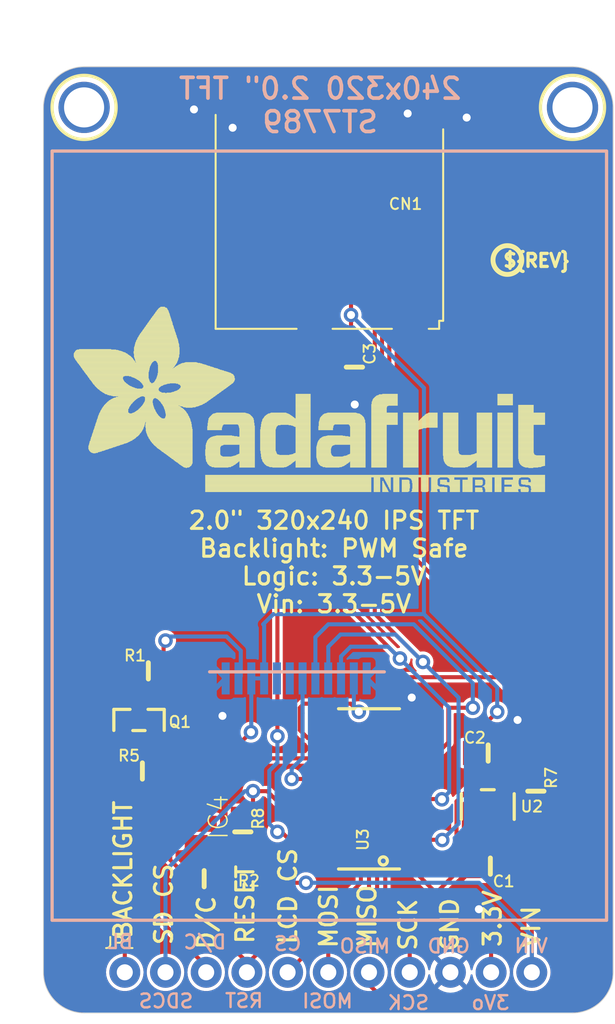
<source format=kicad_pcb>
(kicad_pcb (version 20221018) (generator pcbnew)
  (layers (0 "F.Cu" signal) (31 "B.Cu" signal) (34 "B.Paste" user) (35 "F.Paste" user) (36 "B.SilkS" user "B.Silkscreen") (37 "F.SilkS" user "F.Silkscreen") (38 "B.Mask" user) (39 "F.Mask" user) (44 "Edge.Cuts" user))
  (net 0 "")
  (net 1 "N$1")
  (net 2 "GND")
  (net 3 "3.3V")
  (net 4 "VIN")
  (net 5 "RESET_3V")
  (net 6 "SCLK_3V")
  (net 7 "MOSI_3V")
  (net 8 "LCDCS_3V")
  (net 9 "MISO")
  (net 10 "SDCS_3V")
  (net 11 "SCLK_5V")
  (net 12 "MOSI_5V")
  (net 13 "LCDCS_5V")
  (net 14 "SDCS_5V")
  (net 15 "RESET_5V")
  (net 16 "LEDK")
  (net 17 "BACKLIGHT")
  (net 18 "DC_3V")
  (net 19 "DC_5V")
  (footprint "working:SOT23-5" (layer "F.Cu") (at 158.4531 121.6471)
    (fp_text reference "U2" (at 1.978 0) (layer "F.SilkS") (effects (font (size 0.692831 0.692831) (thickness 0.119969)) (justify left)))
    (fp_text value "AP2112K-3.3")
    (pad "1" smd rect (at -0.95 1.3001) (size 0.55 1.2) (layers "F.Cu" "F.Paste" "F.Mask") (net 4 "VIN"))
    (pad "2" smd rect (at 0 1.3001) (size 0.55 1.2) (layers "F.Cu" "F.Paste" "F.Mask") (net 2 "GND"))
    (pad "3" smd rect (at 0.95 1.3001) (size 0.55 1.2) (layers "F.Cu" "F.Paste" "F.Mask") (net 4 "VIN"))
    (pad "4" smd rect (at 0.95 -1.3001) (size 0.55 1.2) (layers "F.Cu" "F.Paste" "F.Mask"))
    (pad "5" smd rect (at -0.95 -1.3001) (size 0.55 1.2) (layers "F.Cu" "F.Paste" "F.Mask") (net 3 "3.3V"))
  )
  (footprint "working:0805-NO" (layer "F.Cu") (at 137.2711 113.1791)
    (fp_text reference "R1" (at -1.5875 -0.9525) (layer "F.SilkS") (effects (font (size 0.692831 0.692831) (thickness 0.119969)) (justify left)))
    (fp_text value "10")
    (pad "1" smd rect (at -0.95 0) (size 1.24 1.5) (layers "F.Cu" "F.Paste" "F.Mask") (net 16 "LEDK"))
    (pad "2" smd rect (at 0.95 0) (size 1.24 1.5) (layers "F.Cu" "F.Paste" "F.Mask") (net 1 "N$1"))
  )
  (footprint "working:SOT23-R" (layer "F.Cu") (at 136.6901 116.2431)
    (fp_text reference "Q1" (at 1.778 0.127) (layer "F.SilkS") (effects (font (size 0.692831 0.692831) (thickness 0.119969)) (justify left)))
    (fp_text value "BSS138")
    (pad "1" smd rect (at -0.95 1) (size 0.635 1.016) (layers "F.Cu" "F.Paste" "F.Mask") (net 17 "BACKLIGHT"))
    (pad "2" smd rect (at 0.95 1) (size 0.635 1.016) (layers "F.Cu" "F.Paste" "F.Mask") (net 2 "GND"))
    (pad "3" smd rect (at 0 -1) (size 0.635 1.016) (layers "F.Cu" "F.Paste" "F.Mask") (net 16 "LEDK"))
  )
  (footprint "working:PCBFEAT-REV-040" (layer "F.Cu") (at 159.6771 87.5411)
    (fp_text reference "U$24" hide)
    (fp_text value "" hide)
    (fp_text user "${REV}" (at -0.3556 0.508) (layer "F.SilkS") (effects (font (size 0.8128 0.8128) (thickness 0.2032)) (justify left bottom)))
  )
  (footprint "working:SOIC16" (layer "F.Cu") (at 151.0421 120.5451 90)
    (fp_text reference "U3" (at -3.937 -0.381 90) (layer "F.SilkS") (effects (font (size 0.692831 0.692831) (thickness 0.119969)) (justify left)))
    (fp_text value "74HC4050D")
    (pad "1" smd rect (at -4.445 2.6 90) (size 0.6 2.2) (layers "F.Cu" "F.Paste" "F.Mask") (net 3 "3.3V"))
    (pad "2" smd rect (at -3.175 2.6 90) (size 0.6 2.2) (layers "F.Cu" "F.Paste" "F.Mask") (net 6 "SCLK_3V"))
    (pad "3" smd rect (at -1.905 2.6 90) (size 0.6 2.2) (layers "F.Cu" "F.Paste" "F.Mask") (net 11 "SCLK_5V"))
    (pad "4" smd rect (at -0.635 2.6 90) (size 0.6 2.2) (layers "F.Cu" "F.Paste" "F.Mask") (net 7 "MOSI_3V"))
    (pad "5" smd rect (at 0.635 2.6 90) (size 0.6 2.2) (layers "F.Cu" "F.Paste" "F.Mask") (net 12 "MOSI_5V"))
    (pad "6" smd rect (at 1.905 2.6 90) (size 0.6 2.2) (layers "F.Cu" "F.Paste" "F.Mask") (net 8 "LCDCS_3V"))
    (pad "7" smd rect (at 3.175 2.6 90) (size 0.6 2.2) (layers "F.Cu" "F.Paste" "F.Mask") (net 13 "LCDCS_5V"))
    (pad "8" smd rect (at 4.445 2.6 90) (size 0.6 2.2) (layers "F.Cu" "F.Paste" "F.Mask") (net 2 "GND"))
    (pad "9" smd rect (at 4.445 -2.6 90) (size 0.6 2.2) (layers "F.Cu" "F.Paste" "F.Mask") (net 15 "RESET_5V"))
    (pad "10" smd rect (at 3.175 -2.6 90) (size 0.6 2.2) (layers "F.Cu" "F.Paste" "F.Mask") (net 5 "RESET_3V"))
    (pad "11" smd rect (at 1.905 -2.6 90) (size 0.6 2.2) (layers "F.Cu" "F.Paste" "F.Mask") (net 19 "DC_5V"))
    (pad "12" smd rect (at 0.635 -2.6 90) (size 0.6 2.2) (layers "F.Cu" "F.Paste" "F.Mask") (net 18 "DC_3V"))
    (pad "13" smd rect (at -0.635 -2.6 90) (size 0.6 2.2) (layers "F.Cu" "F.Paste" "F.Mask"))
    (pad "14" smd rect (at -1.905 -2.6 90) (size 0.6 2.2) (layers "F.Cu" "F.Paste" "F.Mask") (net 14 "SDCS_5V"))
    (pad "15" smd rect (at -3.175 -2.6 90) (size 0.6 2.2) (layers "F.Cu" "F.Paste" "F.Mask") (net 10 "SDCS_3V"))
    (pad "16" smd rect (at -4.445 -2.6 90) (size 0.6 2.2) (layers "F.Cu" "F.Paste" "F.Mask"))
  )
  (footprint "working:FIDUCIAL_1MM" (layer "F.Cu") (at 161.7231 124.2241)
    (fp_text reference "FID1" hide)
    (fp_text value "FIDUCIAL_1MM" hide)
    (pad "1" smd roundrect (at 0 0) (size 1 1) (layers "F.Cu" "F.Mask") (roundrect_rratio 0.5))
  )
  (footprint "working:0805-NO" (layer "F.Cu") (at 143.1671 123.2281 -90)
    (fp_text reference "R8" (at -1.5875 -0.9525 90) (layer "F.SilkS") (effects (font (size 0.692831 0.692831) (thickness 0.119969)) (justify right)))
    (fp_text value "10K")
    (pad "1" smd rect (at -0.95 0 270) (size 1.24 1.5) (layers "F.Cu" "F.Paste" "F.Mask") (net 14 "SDCS_5V"))
    (pad "2" smd rect (at 0.95 0 270) (size 1.24 1.5) (layers "F.Cu" "F.Paste" "F.Mask") (net 4 "VIN"))
  )
  (footprint "working:MOUNTINGHOLE_2.5_PLATED" (layer "F.Cu") (at 133.2611 78.0161)
    (fp_text reference "U$4" hide)
    (fp_text value "MOUNTINGHOLE2.5" hide)
    (pad "P$1" thru_hole circle (at 0 0) (size 3.2 3.2) (drill 2.5) (layers "*.Cu" "*.Mask"))
    (zone (net 0) (net_name "") (layer "F.Cu") (connect_pads (clearance 0)) (min_thickness 0.25)
      (keepout (tracks not_allowed) (vias not_allowed) (pads not_allowed) (copperpour not_allowed) (footprints allowed))
      (fill (thermal_gap 0.5) (thermal_bridge_width 0.5))
      (polygon (pts (xy 135.2771 78.0161) (xy 135.25748 77.735527) (xy 135.199004 77.460415) (xy 135.102808 77.196119) (xy 134.970765 76.947783) (xy 134.805446 76.72024) (xy 134.610067 76.51792) (xy 134.388433 76.34476) (xy 134.144856 76.204131) (xy 133.884078 76.09877) (xy 133.611175 76.030728) (xy 133.331457 76.001328) (xy 133.050371 76.011144) (xy 132.773385 76.059984) (xy 132.505893 76.146897) (xy 132.2531 76.270193) (xy 132.019926 76.42747) (xy 131.810911 76.615669) (xy 131.630122 76.831125) (xy 131.481078 77.069645) (xy 131.36668 77.326587) (xy 131.289154 77.59695) (xy 131.250011 77.875471) (xy 131.250011 78.156729) (xy 131.289154 78.43525) (xy 131.36668 78.705613) (xy 131.481078 78.962555) (xy 131.630122 79.201075) (xy 131.810911 79.416531) (xy 132.019926 79.60473) (xy 132.2531 79.762007) (xy 132.505893 79.885303) (xy 132.773385 79.972216) (xy 133.050371 80.021056) (xy 133.331457 80.030872) (xy 133.611175 80.001472) (xy 133.884078 79.93343) (xy 134.144856 79.828069) (xy 134.388433 79.68744) (xy 134.610067 79.51428) (xy 134.805446 79.31196) (xy 134.970765 79.084417) (xy 135.102808 78.836081) (xy 135.199004 78.571785) (xy 135.25748 78.296673)))
      (polygon (pts (xy 133.2451 78.0161) (xy 133.249786 78.027414) (xy 133.2611 78.0321) (xy 133.272414 78.027414) (xy 133.2771 78.0161) (xy 133.272414 78.004786) (xy 133.2611 78.0001) (xy 133.249786 78.004786)))
    )
    (zone (net 0) (net_name "") (layer "B.Cu") (connect_pads (clearance 0)) (min_thickness 0.25)
      (keepout (tracks not_allowed) (vias not_allowed) (pads not_allowed) (copperpour not_allowed) (footprints allowed))
      (fill (thermal_gap 0.5) (thermal_bridge_width 0.5))
      (polygon (pts (xy 135.2771 78.0161) (xy 135.25748 77.735527) (xy 135.199004 77.460415) (xy 135.102808 77.196119) (xy 134.970765 76.947783) (xy 134.805446 76.72024) (xy 134.610067 76.51792) (xy 134.388433 76.34476) (xy 134.144856 76.204131) (xy 133.884078 76.09877) (xy 133.611175 76.030728) (xy 133.331457 76.001328) (xy 133.050371 76.011144) (xy 132.773385 76.059984) (xy 132.505893 76.146897) (xy 132.2531 76.270193) (xy 132.019926 76.42747) (xy 131.810911 76.615669) (xy 131.630122 76.831125) (xy 131.481078 77.069645) (xy 131.36668 77.326587) (xy 131.289154 77.59695) (xy 131.250011 77.875471) (xy 131.250011 78.156729) (xy 131.289154 78.43525) (xy 131.36668 78.705613) (xy 131.481078 78.962555) (xy 131.630122 79.201075) (xy 131.810911 79.416531) (xy 132.019926 79.60473) (xy 132.2531 79.762007) (xy 132.505893 79.885303) (xy 132.773385 79.972216) (xy 133.050371 80.021056) (xy 133.331457 80.030872) (xy 133.611175 80.001472) (xy 133.884078 79.93343) (xy 134.144856 79.828069) (xy 134.388433 79.68744) (xy 134.610067 79.51428) (xy 134.805446 79.31196) (xy 134.970765 79.084417) (xy 135.102808 78.836081) (xy 135.199004 78.571785) (xy 135.25748 78.296673)))
      (polygon (pts (xy 133.2451 78.0161) (xy 133.249786 78.027414) (xy 133.2611 78.0321) (xy 133.272414 78.027414) (xy 133.2771 78.0161) (xy 133.272414 78.004786) (xy 133.2611 78.0001) (xy 133.249786 78.004786)))
    )
  )
  (footprint "working:MOUNTINGHOLE_2.5_PLATED" (layer "F.Cu") (at 163.7411 78.0161)
    (fp_text reference "U$3" hide)
    (fp_text value "MOUNTINGHOLE2.5" hide)
    (pad "P$1" thru_hole circle (at 0 0) (size 3.2 3.2) (drill 2.5) (layers "*.Cu" "*.Mask"))
    (zone (net 0) (net_name "") (layer "F.Cu") (connect_pads (clearance 0)) (min_thickness 0.25)
      (keepout (tracks not_allowed) (vias not_allowed) (pads not_allowed) (copperpour not_allowed) (footprints allowed))
      (fill (thermal_gap 0.5) (thermal_bridge_width 0.5))
      (polygon (pts (xy 165.7571 78.0161) (xy 165.73748 77.735527) (xy 165.679004 77.460415) (xy 165.582808 77.196119) (xy 165.450765 76.947783) (xy 165.285446 76.72024) (xy 165.090067 76.51792) (xy 164.868433 76.34476) (xy 164.624856 76.204131) (xy 164.364078 76.09877) (xy 164.091175 76.030728) (xy 163.811457 76.001328) (xy 163.530371 76.011144) (xy 163.253385 76.059984) (xy 162.985893 76.146897) (xy 162.7331 76.270193) (xy 162.499926 76.42747) (xy 162.290911 76.615669) (xy 162.110122 76.831125) (xy 161.961078 77.069645) (xy 161.84668 77.326587) (xy 161.769154 77.59695) (xy 161.730011 77.875471) (xy 161.730011 78.156729) (xy 161.769154 78.43525) (xy 161.84668 78.705613) (xy 161.961078 78.962555) (xy 162.110122 79.201075) (xy 162.290911 79.416531) (xy 162.499926 79.60473) (xy 162.7331 79.762007) (xy 162.985893 79.885303) (xy 163.253385 79.972216) (xy 163.530371 80.021056) (xy 163.811457 80.030872) (xy 164.091175 80.001472) (xy 164.364078 79.93343) (xy 164.624856 79.828069) (xy 164.868433 79.68744) (xy 165.090067 79.51428) (xy 165.285446 79.31196) (xy 165.450765 79.084417) (xy 165.582808 78.836081) (xy 165.679004 78.571785) (xy 165.73748 78.296673)))
      (polygon (pts (xy 163.7251 78.0161) (xy 163.729786 78.027414) (xy 163.7411 78.0321) (xy 163.752414 78.027414) (xy 163.7571 78.0161) (xy 163.752414 78.004786) (xy 163.7411 78.0001) (xy 163.729786 78.004786)))
    )
    (zone (net 0) (net_name "") (layer "B.Cu") (connect_pads (clearance 0)) (min_thickness 0.25)
      (keepout (tracks not_allowed) (vias not_allowed) (pads not_allowed) (copperpour not_allowed) (footprints allowed))
      (fill (thermal_gap 0.5) (thermal_bridge_width 0.5))
      (polygon (pts (xy 165.7571 78.0161) (xy 165.73748 77.735527) (xy 165.679004 77.460415) (xy 165.582808 77.196119) (xy 165.450765 76.947783) (xy 165.285446 76.72024) (xy 165.090067 76.51792) (xy 164.868433 76.34476) (xy 164.624856 76.204131) (xy 164.364078 76.09877) (xy 164.091175 76.030728) (xy 163.811457 76.001328) (xy 163.530371 76.011144) (xy 163.253385 76.059984) (xy 162.985893 76.146897) (xy 162.7331 76.270193) (xy 162.499926 76.42747) (xy 162.290911 76.615669) (xy 162.110122 76.831125) (xy 161.961078 77.069645) (xy 161.84668 77.326587) (xy 161.769154 77.59695) (xy 161.730011 77.875471) (xy 161.730011 78.156729) (xy 161.769154 78.43525) (xy 161.84668 78.705613) (xy 161.961078 78.962555) (xy 162.110122 79.201075) (xy 162.290911 79.416531) (xy 162.499926 79.60473) (xy 162.7331 79.762007) (xy 162.985893 79.885303) (xy 163.253385 79.972216) (xy 163.530371 80.021056) (xy 163.811457 80.030872) (xy 164.091175 80.001472) (xy 164.364078 79.93343) (xy 164.624856 79.828069) (xy 164.868433 79.68744) (xy 165.090067 79.51428) (xy 165.285446 79.31196) (xy 165.450765 79.084417) (xy 165.582808 78.836081) (xy 165.679004 78.571785) (xy 165.73748 78.296673)))
      (polygon (pts (xy 163.7251 78.0161) (xy 163.729786 78.027414) (xy 163.7411 78.0321) (xy 163.752414 78.027414) (xy 163.7571 78.0161) (xy 163.752414 78.004786) (xy 163.7411 78.0001) (xy 163.729786 78.004786)))
    )
  )
  (footprint "working:SOT23" (layer "F.Cu") (at 139.7381 122.7201 -90)
    (fp_text reference "IC4" (at -1.905 -1.905 90) (layer "F.SilkS") (effects (font (size 1.176528 1.176528) (thickness 0.093472)) (justify right)))
    (fp_text value "APX803-SAG")
    (pad "1" smd rect (at -0.95 1.1 270) (size 1 1.4) (layers "F.Cu" "F.Paste" "F.Mask") (net 2 "GND"))
    (pad "2" smd rect (at 0.95 1.1 270) (size 1 1.4) (layers "F.Cu" "F.Paste" "F.Mask") (net 15 "RESET_5V"))
    (pad "3" smd rect (at 0 -1.1 270) (size 1 1.4) (layers "F.Cu" "F.Paste" "F.Mask") (net 4 "VIN"))
  )
  (footprint "working:0805-NO" (layer "F.Cu") (at 136.8991 119.4281)
    (fp_text reference "R5" (at -1.5875 -0.9525) (layer "F.SilkS") (effects (font (size 0.692831 0.692831) (thickness 0.119969)) (justify left)))
    (fp_text value "10K")
    (pad "1" smd rect (at -0.95 0) (size 1.24 1.5) (layers "F.Cu" "F.Paste" "F.Mask") (net 17 "BACKLIGHT"))
    (pad "2" smd rect (at 0.95 0) (size 1.24 1.5) (layers "F.Cu" "F.Paste" "F.Mask") (net 3 "3.3V"))
  )
  (footprint "working:1X11_ROUND_76" (layer "F.Cu") (at 148.5011 131.9911)
    (fp_text reference "JP1" (at -14.0462 -1.8288) (layer "F.SilkS") (effects (font (size 0.692831 0.692831) (thickness 0.119969)) (justify left)))
    (fp_text value "")
    (pad "1" thru_hole circle (at -12.7 0 90) (size 1.9304 1.9304) (drill 1) (layers "*.Cu" "*.Mask") (net 17 "BACKLIGHT"))
    (pad "2" thru_hole circle (at -10.16 0 90) (size 1.9304 1.9304) (drill 1) (layers "*.Cu" "*.Mask") (net 14 "SDCS_5V"))
    (pad "3" thru_hole circle (at -7.62 0 90) (size 1.9304 1.9304) (drill 1) (layers "*.Cu" "*.Mask") (net 19 "DC_5V"))
    (pad "4" thru_hole circle (at -5.08 0 90) (size 1.9304 1.9304) (drill 1) (layers "*.Cu" "*.Mask") (net 15 "RESET_5V"))
    (pad "5" thru_hole circle (at -2.54 0 90) (size 1.9304 1.9304) (drill 1) (layers "*.Cu" "*.Mask") (net 13 "LCDCS_5V"))
    (pad "6" thru_hole circle (at 0 0 90) (size 1.9304 1.9304) (drill 1) (layers "*.Cu" "*.Mask") (net 12 "MOSI_5V"))
    (pad "7" thru_hole circle (at 2.54 0 90) (size 1.9304 1.9304) (drill 1) (layers "*.Cu" "*.Mask") (net 9 "MISO"))
    (pad "8" thru_hole circle (at 5.08 0 90) (size 1.9304 1.9304) (drill 1) (layers "*.Cu" "*.Mask") (net 11 "SCLK_5V"))
    (pad "9" thru_hole circle (at 7.62 0 90) (size 1.9304 1.9304) (drill 1) (layers "*.Cu" "*.Mask") (net 2 "GND"))
    (pad "10" thru_hole circle (at 10.16 0 90) (size 1.9304 1.9304) (drill 1) (layers "*.Cu" "*.Mask") (net 3 "3.3V"))
    (pad "11" thru_hole circle (at 12.7 0 90) (size 1.9304 1.9304) (drill 1) (layers "*.Cu" "*.Mask") (net 4 "VIN"))
  )
  (footprint "working:0805-NO" (layer "F.Cu") (at 158.6151 125.3651 180)
    (fp_text reference "C1" (at -1.5875 -0.9525) (layer "F.SilkS") (effects (font (size 0.692831 0.692831) (thickness 0.119969)) (justify right)))
    (fp_text value "10uF")
    (pad "1" smd rect (at -0.95 0 180) (size 1.24 1.5) (layers "F.Cu" "F.Paste" "F.Mask") (net 4 "VIN"))
    (pad "2" smd rect (at 0.95 0 180) (size 1.24 1.5) (layers "F.Cu" "F.Paste" "F.Mask") (net 2 "GND"))
  )
  (footprint "working:0805-NO" (layer "F.Cu") (at 150.1301 94.2241 -90)
    (fp_text reference "C3" (at -1.5875 -0.9525 90) (layer "F.SilkS") (effects (font (size 0.692831 0.692831) (thickness 0.119969)) (justify right)))
    (fp_text value "10uF")
    (pad "1" smd rect (at -0.95 0 270) (size 1.24 1.5) (layers "F.Cu" "F.Paste" "F.Mask") (net 3 "3.3V"))
    (pad "2" smd rect (at 0.95 0 270) (size 1.24 1.5) (layers "F.Cu" "F.Paste" "F.Mask") (net 2 "GND"))
  )
  (footprint "working:0805-NO" (layer "F.Cu") (at 158.4771 118.3081)
    (fp_text reference "C2" (at -1.5875 -0.9525) (layer "F.SilkS") (effects (font (size 0.692831 0.692831) (thickness 0.119969)) (justify left)))
    (fp_text value "10uF")
    (pad "1" smd rect (at -0.95 0) (size 1.24 1.5) (layers "F.Cu" "F.Paste" "F.Mask") (net 3 "3.3V"))
    (pad "2" smd rect (at 0.95 0) (size 1.24 1.5) (layers "F.Cu" "F.Paste" "F.Mask") (net 2 "GND"))
  )
  (footprint "working:MICROSD" (layer "F.Cu") (at 155.6201 91.7341 180)
    (fp_text reference "CN1" (at 1.18 7.69) (layer "F.SilkS") (effects (font (size 0.692831 0.692831) (thickness 0.119969)) (justify right)))
    (fp_text value "")
    (pad "1" smd rect (at 9 10.64 180) (size 0.7 1.5) (layers "F.Cu" "F.Paste" "F.Mask"))
    (pad "2" smd rect (at 7.9 10.24 180) (size 0.7 1.5) (layers "F.Cu" "F.Paste" "F.Mask") (net 10 "SDCS_3V"))
    (pad "3" smd rect (at 6.8 10.64 180) (size 0.7 1.5) (layers "F.Cu" "F.Paste" "F.Mask") (net 7 "MOSI_3V"))
    (pad "4" smd rect (at 5.7 11.04 180) (size 0.7 1.5) (layers "F.Cu" "F.Paste" "F.Mask") (net 3 "3.3V"))
    (pad "5" smd rect (at 4.6 10.64 180) (size 0.7 1.5) (layers "F.Cu" "F.Paste" "F.Mask") (net 6 "SCLK_3V"))
    (pad "6" smd rect (at 3.5 11.04 180) (size 0.7 1.5) (layers "F.Cu" "F.Paste" "F.Mask") (net 2 "GND"))
    (pad "7" smd rect (at 2.4 10.64 180) (size 0.7 1.5) (layers "F.Cu" "F.Paste" "F.Mask") (net 9 "MISO"))
    (pad "8" smd rect (at 1.3 10.64 180) (size 0.7 1.5) (layers "F.Cu" "F.Paste" "F.Mask"))
    (pad "CD1" smd rect (at 2 0.44 270) (size 1.4 1.8) (layers "F.Cu" "F.Paste" "F.Mask"))
    (pad "CD2" smd rect (at 8 0.44 270) (size 1.4 1.8) (layers "F.Cu" "F.Paste" "F.Mask"))
    (pad "MT1" smd rect (at 0.4 13.54 180) (size 1.4 1.9) (layers "F.Cu" "F.Paste" "F.Mask") (net 2 "GND"))
    (pad "MT2" smd rect (at 13.6 14.44 180) (size 1.4 1.9) (layers "F.Cu" "F.Paste" "F.Mask") (net 2 "GND"))
  )
  (footprint "working:0805-NO" (layer "F.Cu") (at 140.7541 126.1491)
    (fp_text reference "R2" (at 2.032 0.127) (layer "F.SilkS") (effects (font (size 0.692831 0.692831) (thickness 0.119969)) (justify left)))
    (fp_text value "10K")
    (pad "1" smd rect (at -0.95 0) (size 1.24 1.5) (layers "F.Cu" "F.Paste" "F.Mask") (net 15 "RESET_5V"))
    (pad "2" smd rect (at 0.95 0) (size 1.24 1.5) (layers "F.Cu" "F.Paste" "F.Mask") (net 4 "VIN"))
  )
  (footprint "working:0805-NO" (layer "F.Cu") (at 161.4551 120.6881 -90)
    (fp_text reference "R7" (at -1.5875 -0.9525 90) (layer "F.SilkS") (effects (font (size 0.692831 0.692831) (thickness 0.119969)) (justify right)))
    (fp_text value "10K")
    (pad "1" smd rect (at -0.95 0 270) (size 1.24 1.5) (layers "F.Cu" "F.Paste" "F.Mask") (net 13 "LCDCS_5V"))
    (pad "2" smd rect (at 0.95 0 270) (size 1.24 1.5) (layers "F.Cu" "F.Paste" "F.Mask") (net 4 "VIN"))
  )
  (footprint "working:FIDUCIAL_1MM" (layer "F.Cu") (at 159.6771 77.0001)
    (fp_text reference "FID3" hide)
    (fp_text value "FIDUCIAL_1MM" hide)
    (pad "1" smd roundrect (at 0 0) (size 1 1) (layers "F.Cu" "F.Mask") (roundrect_rratio 0.5))
  )
  (footprint "working:ADAFRUIT_TEXT_30MM" (layer "F.Cu") (at 132.3741 102.0041)
    (fp_text reference "U$20" hide)
    (fp_text value "" hide)
  )
  (footprint "working:FIDUCIAL_1MM" (layer "F.Cu") (at 137.1921 76.9641)
    (fp_text reference "FID2" hide)
    (fp_text value "FIDUCIAL_1MM" hide)
    (pad "1" smd roundrect (at 0 0) (size 1 1) (layers "F.Cu" "F.Mask") (roundrect_rratio 0.5))
  )
  (footprint "working:TFT_2.0IN_240X320_12P" (layer "B.Cu") (at 147.8661 100.2411 180)
    (fp_text reference "DISP1" hide)
    (fp_text value "DISP_LCD_GENERIC_SPI_2.0IN_240X320" hide)
    (pad "1" smd rect (at 5.77 -13.41 90) (size 2 0.5) (layers "B.Cu" "B.Mask") (net 2 "GND"))
    (pad "2" smd rect (at 4.97 -13.41 90) (size 2 0.5) (layers "B.Cu" "B.Mask") (net 1 "N$1"))
    (pad "3" smd rect (at 4.17 -13.41 90) (size 2 0.5) (layers "B.Cu" "B.Mask") (net 3 "3.3V"))
    (pad "4" smd rect (at 3.37 -13.41 90) (size 2 0.5) (layers "B.Cu" "B.Mask") (net 3 "3.3V"))
    (pad "5" smd rect (at 2.57 -13.41 90) (size 2 0.5) (layers "B.Cu" "B.Mask") (net 2 "GND"))
    (pad "6" smd rect (at 1.77 -13.41 90) (size 2 0.5) (layers "B.Cu" "B.Mask") (net 2 "GND"))
    (pad "7" smd rect (at 0.97 -13.41 90) (size 2 0.5) (layers "B.Cu" "B.Mask") (net 18 "DC_3V"))
    (pad "8" smd rect (at 0.17 -13.41 90) (size 2 0.5) (layers "B.Cu" "B.Mask") (net 8 "LCDCS_3V"))
    (pad "9" smd rect (at -0.63 -13.41 90) (size 2 0.5) (layers "B.Cu" "B.Mask") (net 6 "SCLK_3V"))
    (pad "10" smd rect (at -1.43 -13.41 90) (size 2 0.5) (layers "B.Cu" "B.Mask") (net 7 "MOSI_3V"))
    (pad "11" smd rect (at -2.23 -13.41 90) (size 2 0.5) (layers "B.Cu" "B.Mask") (net 5 "RESET_3V"))
    (pad "12" smd rect (at -3.03 -13.41 90) (size 2 0.5) (layers "B.Cu" "B.Mask") (net 2 "GND"))
  )
  (gr_line (start 166.2811 131.9911) (end 166.2811 78.0161) (stroke (width 0.05)) (layer "Edge.Cuts"))
  (gr_line (start 130.7211 78.0161) (end 130.7211 131.9911) (stroke (width 0.05)) (layer "Edge.Cuts"))
  (gr_arc (start 163.7411 75.4761) (mid 165.537151 76.220049) (end 166.2811 78.0161) (stroke (width 0.05)) (layer "Edge.Cuts"))
  (gr_arc (start 130.7211 78.0161) (mid 131.465049 76.220049) (end 133.2611 75.4761) (stroke (width 0.05)) (layer "Edge.Cuts"))
  (gr_line (start 163.7411 75.4761) (end 133.2611 75.4761) (stroke (width 0.05)) (layer "Edge.Cuts"))
  (gr_arc (start 133.2611 134.5311) (mid 131.465049 133.787151) (end 130.7211 131.9911) (stroke (width 0.05)) (layer "Edge.Cuts"))
  (gr_arc (start 166.2811 131.9911) (mid 165.537151 133.787151) (end 163.7411 134.5311) (stroke (width 0.05)) (layer "Edge.Cuts"))
  (gr_line (start 133.2611 134.5311) (end 163.7411 134.5311) (stroke (width 0.05)) (layer "Edge.Cuts"))
  (gr_text "240x320 2.0\" TFT\nST7789" (at 147.9931 77.8891) (layer "B.SilkS") (effects (font (size 1.2954 1.2954) (thickness 0.2286)) (justify mirror)))
  (gr_text "3Vo" (at 158.6201 133.8921) (layer "B.SilkS") (effects (font (size 0.8636 0.8636) (thickness 0.1524)) (justify mirror)))
  (gr_text "RST" (at 143.2461 133.7651) (layer "B.SilkS") (effects (font (size 0.8636 0.8636) (thickness 0.1524)) (justify mirror)))
  (gr_text "BL" (at 135.5211 130.0821) (layer "B.SilkS") (effects (font (size 0.8636 0.8636) (thickness 0.1524)) (justify mirror)))
  (gr_text "MOSI" (at 148.4521 133.7861) (layer "B.SilkS") (effects (font (size 0.8636 0.8636) (thickness 0.1524)) (justify mirror)))
  (gr_text "VIN" (at 161.1601 130.3361) (layer "B.SilkS") (effects (font (size 0.8636 0.8636) (thickness 0.1524)) (justify mirror)))
  (gr_text "MISO" (at 150.7851 130.3571) (layer "B.SilkS") (effects (font (size 0.8636 0.8636) (thickness 0.1524)) (justify mirror)))
  (gr_text "SCK" (at 153.5001 133.8921) (layer "B.SilkS") (effects (font (size 0.8636 0.8636) (thickness 0.1524)) (justify mirror)))
  (gr_text "CS" (at 145.9681 130.2091) (layer "B.SilkS") (effects (font (size 0.8636 0.8636) (thickness 0.1524)) (justify mirror)))
  (gr_text "D/C" (at 140.8001 130.1031) (layer "B.SilkS") (effects (font (size 0.8636 0.8636) (thickness 0.1524)) (justify mirror)))
  (gr_text "GND" (at 156.0201 130.3571) (layer "B.SilkS") (effects (font (size 0.8636 0.8636) (thickness 0.1524)) (justify mirror)))
  (gr_text "SDCS" (at 138.3721 133.7861) (layer "B.SilkS") (effects (font (size 0.8636 0.8636) (thickness 0.1524)) (justify mirror)))
  (gr_text "2.0\" 320x240 IPS TFT\nBacklight: PWM Safe\nLogic: 3.3-5V\nVin: 3.3-5V" (at 148.8531 106.4041) (layer "F.SilkS") (effects (font (size 1.0795 1.0795) (thickness 0.1905))))
  (gr_text "MISO" (at 150.9341 128.5101 90) (layer "F.SilkS") (effects (font (size 1.0795 1.0795) (thickness 0.1905))))
  (gr_text "LCD CS" (at 145.9811 127.2401 90) (layer "F.SilkS") (effects (font (size 1.0795 1.0795) (thickness 0.1905))))
  (gr_text "MOSI" (at 148.5211 128.5101 90) (layer "F.SilkS") (effects (font (size 1.0795 1.0795) (thickness 0.1905))))
  (gr_text "RESET" (at 143.3141 127.7481 90) (layer "F.SilkS") (effects (font (size 1.0795 1.0795) (thickness 0.1905))))
  (gr_text "D/C" (at 140.9011 128.8911 90) (layer "F.SilkS") (effects (font (size 1.0795 1.0795) (thickness 0.1905))))
  (gr_text "VIN" (at 161.1611 129.1451 90) (layer "F.SilkS") (effects (font (size 1.0795 1.0795) (thickness 0.1905))))
  (gr_text "SD CS" (at 138.2341 127.7481 90) (layer "F.SilkS") (effects (font (size 1.0795 1.0795) (thickness 0.1905))))
  (gr_text "SCK" (at 153.4741 129.0181 90) (layer "F.SilkS") (effects (font (size 1.0795 1.0795) (thickness 0.1905))))
  (gr_text "GND" (at 156.0811 129.0181 90) (layer "F.SilkS") (effects (font (size 1.0795 1.0795) (thickness 0.1905))))
  (gr_text "BACKLIGHT" (at 135.6941 125.5891 90) (layer "F.SilkS") (effects (font (size 1.0795 1.0795) (thickness 0.1905))))
  (gr_text "3.3V" (at 158.7481 128.6371 90) (layer "F.SilkS") (effects (font (size 1.0795 1.0795) (thickness 0.1905))))
  (segment (start 138.2211 113.1791) (end 138.2211 111.4101) (width 0.254) (layer "F.Cu") (net 1))
  (segment (start 138.2211 111.4101) (end 138.3411 111.2901) (width 0.254) (layer "F.Cu") (net 1))
  (via (at 138.3411 111.2901) (size 0.9064) (drill 0.5) (layers "F.Cu" "B.Cu") (net 1))
  (segment (start 143.0401 111.9251) (end 143.0401 113.5071) (width 0.254) (layer "B.Cu") (net 1))
  (segment (start 138.3411 111.2901) (end 138.5951 111.0361) (width 0.254) (layer "B.Cu") (net 1))
  (segment (start 143.0401 113.5071) (end 142.8961 113.6511) (width 0.254) (layer "B.Cu") (net 1))
  (segment (start 138.5951 111.0361) (end 142.1511 111.0361) (width 0.254) (layer "B.Cu") (net 1))
  (segment (start 142.1511 111.0361) (end 143.0401 111.9251) (width 0.254) (layer "B.Cu") (net 1))
  (via (at 153.4541 78.3971) (size 0.9064) (drill 0.5) (layers "F.Cu" "B.Cu") (net 2))
  (via (at 153.7081 114.8461) (size 0.9064) (drill 0.5) (layers "F.Cu" "B.Cu") (net 2))
  (via (at 157.8991 128.0541) (size 0.9064) (drill 0.5) (layers "F.Cu" "B.Cu") (net 2))
  (via (at 160.3121 116.2431) (size 0.9064) (drill 0.5) (layers "F.Cu" "B.Cu") (net 2))
  (via (at 150.1521 96.5581) (size 0.9064) (drill 0.5) (layers "F.Cu" "B.Cu") (net 2))
  (via (at 141.8971 115.9891) (size 0.9064) (drill 0.5) (layers "F.Cu" "B.Cu") (net 2))
  (via (at 157.1371 78.6511) (size 0.9064) (drill 0.5) (layers "F.Cu" "B.Cu") (net 2))
  (via (at 140.1191 78.1431) (size 0.9064) (drill 0.5) (layers "F.Cu" "B.Cu") (net 2))
  (via (at 142.5321 79.2861) (size 0.9064) (drill 0.5) (layers "F.Cu" "B.Cu") (net 2))
  (segment (start 153.6421 125.4481) (end 153.6421 124.9901) (width 0.254) (layer "F.Cu") (net 3))
  (segment (start 158.6611 131.9911) (end 158.6611 130.4671) (width 0.254) (layer "F.Cu") (net 3))
  (segment (start 157.5271 120.323) (end 157.5031 120.347) (width 0.254) (layer "F.Cu") (net 3))
  (segment (start 157.5271 117.2501) (end 159.0421 115.7351) (width 0.254) (layer "F.Cu") (net 3))
  (segment (start 137.8491 119.4281) (end 141.2521 119.4281) (width 0.254) (layer "F.Cu") (net 3))
  (segment (start 156.5021 125.7681) (end 155.2321 127.0381) (width 0.254) (layer "F.Cu") (net 3))
  (segment (start 157.4782 120.347) (end 156.5021 121.3231) (width 0.254) (layer "F.Cu") (net 3))
  (segment (start 157.5031 120.347) (end 157.4782 120.347) (width 0.254) (layer "F.Cu") (net 3))
  (segment (start 156.5021 121.3231) (end 156.5021 125.7681) (width 0.254) (layer "F.Cu") (net 3))
  (segment (start 157.5271 118.3081) (end 157.5271 117.2501) (width 0.254) (layer "F.Cu") (net 3))
  (segment (start 157.5271 118.3081) (end 157.5271 120.323) (width 0.254) (layer "F.Cu") (net 3))
  (segment (start 155.2321 127.0381) (end 153.6421 125.4481) (width 0.254) (layer "F.Cu") (net 3))
  (segment (start 149.9201 80.6941) (end 149.9201 90.9701) (width 0.254) (layer "F.Cu") (net 3))
  (segment (start 158.6611 130.4671) (end 155.2321 127.0381) (width 0.254) (layer "F.Cu") (net 3))
  (segment (start 141.2521 119.4281) (end 143.6751 117.0051) (width 0.254) (layer "F.Cu") (net 3))
  (segment (start 149.9201 90.9701) (end 149.9201 93.0641) (width 0.254) (layer "F.Cu") (net 3))
  (segment (start 149.9201 93.0641) (end 150.1301 93.2741) (width 0.254) (layer "F.Cu") (net 3))
  (via (at 159.0421 115.7351) (size 0.9064) (drill 0.5) (layers "F.Cu" "B.Cu") (net 3))
  (via (at 143.6751 117.0051) (size 0.9064) (drill 0.5) (layers "F.Cu" "B.Cu") (net 3))
  (via (at 149.9201 90.9701) (size 0.9064) (drill 0.5) (layers "F.Cu" "B.Cu") (net 3))
  (segment (start 144.4961 110.3331) (end 144.4961 113.6511) (width 0.254) (layer "B.Cu") (net 3))
  (segment (start 159.0421 114.2111) (end 154.4701 109.6391) (width 0.254) (layer "B.Cu") (net 3))
  (segment (start 154.4701 95.5201) (end 149.9201 90.9701) (width 0.254) (layer "B.Cu") (net 3))
  (segment (start 144.4371 110.2741) (end 144.4961 110.3331) (width 0.254) (layer "B.Cu") (net 3))
  (segment (start 154.4701 109.6391) (end 154.4701 95.5201) (width 0.254) (layer "B.Cu") (net 3))
  (segment (start 143.6751 117.0051) (end 143.6961 116.9841) (width 0.254) (layer "B.Cu") (net 3))
  (segment (start 145.0721 109.6391) (end 144.4371 110.2741) (width 0.254) (layer "B.Cu") (net 3))
  (segment (start 143.6961 116.9841) (end 143.6961 113.6511) (width 0.254) (layer "B.Cu") (net 3))
  (segment (start 154.4701 109.6391) (end 145.0721 109.6391) (width 0.254) (layer "B.Cu") (net 3))
  (segment (start 143.6961 113.6511) (end 144.4961 113.6511) (width 0.254) (layer "B.Cu") (net 3))
  (segment (start 159.0421 115.7351) (end 159.0421 114.2111) (width 0.254) (layer "B.Cu") (net 3))
  (segment (start 143.0401 124.1781) (end 143.1671 124.1781) (width 0.254) (layer "F.Cu") (net 4))
  (segment (start 159.4031 125.2031) (end 159.5651 125.3651) (width 0.254) (layer "F.Cu") (net 4))
  (segment (start 142.2961 124.1781) (end 143.0401 124.1781) (width 0.254) (layer "F.Cu") (net 4))
  (segment (start 143.1671 124.1781) (end 145.3921 126.4031) (width 0.254) (layer "F.Cu") (net 4))
  (segment (start 157.5031 122.9472) (end 157.5031 121.8461) (width 0.254) (layer "F.Cu") (net 4))
  (segment (start 141.7041 126.1491) (end 143.0401 124.8131) (width 0.254) (layer "F.Cu") (net 4))
  (segment (start 161.2011 127.0011) (end 159.5651 125.3651) (width 0.254) (layer "F.Cu") (net 4))
  (segment (start 161.2011 131.9911) (end 161.2011 127.0011) (width 0.254) (layer "F.Cu") (net 4))
  (segment (start 140.8381 122.7201) (end 142.2961 124.1781) (width 0.254) (layer "F.Cu") (net 4))
  (segment (start 159.4031 122.9472) (end 159.4031 125.2031) (width 0.254) (layer "F.Cu") (net 4))
  (segment (start 143.0401 124.8131) (end 143.0401 124.1781) (width 0.254) (layer "F.Cu") (net 4))
  (segment (start 159.2351 121.6381) (end 161.4551 121.6381) (width 0.254) (layer "F.Cu") (net 4))
  (segment (start 159.4031 121.9781) (end 159.4031 122.9472) (width 0.254) (layer "F.Cu") (net 4))
  (segment (start 157.6451 121.7041) (end 159.1691 121.7041) (width 0.254) (layer "F.Cu") (net 4))
  (segment (start 159.1691 121.7041) (end 159.4231 121.9581) (width 0.254) (layer "F.Cu") (net 4))
  (segment (start 145.3921 126.4031) (end 147.1041 126.4031) (width 0.254) (layer "F.Cu") (net 4))
  (segment (start 157.5031 121.8461) (end 157.6451 121.7041) (width 0.254) (layer "F.Cu") (net 4))
  (segment (start 159.4231 121.9581) (end 159.4031 121.9781) (width 0.254) (layer "F.Cu") (net 4))
  (segment (start 159.1691 121.7041) (end 159.2351 121.6381) (width 0.254) (layer "F.Cu") (net 4))
  (via (at 147.1041 126.4031) (size 0.9064) (drill 0.5) (layers "F.Cu" "B.Cu") (net 4))
  (segment (start 161.2011 129.7051) (end 161.2011 131.9911) (width 0.254) (layer "B.Cu") (net 4))
  (segment (start 157.8991 126.4031) (end 161.2011 129.7051) (width 0.254) (layer "B.Cu") (net 4))
  (segment (start 147.1041 126.4031) (end 157.8991 126.4031) (width 0.254) (layer "B.Cu") (net 4))
  (segment (start 147.2151 117.3701) (end 146.7231 116.8781) (width 0.254) (layer "F.Cu") (net 5))
  (segment (start 146.9771 115.2271) (end 149.8981 115.2271) (width 0.254) (layer "F.Cu") (net 5))
  (segment (start 148.4421 117.3701) (end 147.2151 117.3701) (width 0.254) (layer "F.Cu") (net 5))
  (segment (start 146.7231 116.8781) (end 146.7231 115.4811) (width 0.254) (layer "F.Cu") (net 5))
  (segment (start 149.8981 115.2271) (end 150.4061 115.7351) (width 0.254) (layer "F.Cu") (net 5))
  (segment (start 146.7231 115.4811) (end 146.9771 115.2271) (width 0.254) (layer "F.Cu") (net 5))
  (via (at 150.4061 115.7351) (size 0.9064) (drill 0.5) (layers "F.Cu" "B.Cu") (net 5))
  (segment (start 150.4061 115.7351) (end 150.0961 115.4251) (width 0.254) (layer "B.Cu") (net 5))
  (segment (start 150.0961 115.4251) (end 150.0961 113.6511) (width 0.254) (layer "B.Cu") (net 5))
  (segment (start 153.6421 123.7201) (end 155.5971 123.7201) (width 0.254) (layer "F.Cu") (net 6))
  (segment (start 155.5971 123.7201) (end 155.6131 123.7361) (width 0.254) (layer "F.Cu") (net 6))
  (segment (start 151.4011 82.4911) (end 151.0201 82.1101) (width 0.254) (layer "F.Cu") (net 6))
  (segment (start 151.4011 82.4911) (end 151.4011 109.6181) (width 0.254) (layer "F.Cu") (net 6))
  (segment (start 151.0201 81.0941) (end 151.0201 82.1101) (width 0.254) (layer "F.Cu") (net 6))
  (segment (start 151.4011 109.6181) (end 154.4066 112.6236) (width 0.254) (layer "F.Cu") (net 6))
  (via (at 154.4066 112.6236) (size 0.9064) (drill 0.5) (layers "F.Cu" "B.Cu") (net 6))
  (via (at 155.6131 123.7361) (size 0.9064) (drill 0.5) (layers "F.Cu" "B.Cu") (net 6))
  (segment (start 155.6131 123.7361) (end 156.6291 122.7201) (width 0.254) (layer "B.Cu") (net 6))
  (segment (start 156.6291 114.8461) (end 154.4066 112.6236) (width 0.254) (layer "B.Cu") (net 6))
  (segment (start 156.6291 114.8461) (end 156.6291 122.7201) (width 0.254) (layer "B.Cu") (net 6))
  (segment (start 148.5011 113.6461) (end 148.4961 113.6511) (width 0.254) (layer "B.Cu") (net 6))
  (segment (start 148.5011 111.6711) (end 148.5011 113.6461) (width 0.254) (layer "B.Cu") (net 6))
  (segment (start 152.6921 110.9091) (end 149.2631 110.9091) (width 0.254) (layer "B.Cu") (net 6))
  (segment (start 149.2631 110.9091) (end 148.5011 111.6711) (width 0.254) (layer "B.Cu") (net 6))
  (segment (start 154.4066 112.6236) (end 152.6921 110.9091) (width 0.254) (layer "B.Cu") (net 6))
  (segment (start 148.8201 81.0941) (end 148.8201 90.427125) (width 0.254) (layer "F.Cu") (net 7))
  (segment (start 148.8503 90.457325) (end 148.8503 92.130875) (width 0.254) (layer "F.Cu") (net 7))
  (segment (start 148.8201 108.2563) (end 152.9715 112.4077) (width 0.254) (layer "F.Cu") (net 7))
  (segment (start 148.8201 90.427125) (end 148.8503 90.457325) (width 0.254) (layer "F.Cu") (net 7))
  (segment (start 153.6421 121.1801) (end 155.5757 121.1801) (width 0.254) (layer "F.Cu") (net 7))
  (segment (start 155.5757 121.1801) (end 155.5917 121.1961) (width 0.254) (layer "F.Cu") (net 7))
  (segment (start 148.8503 92.130875) (end 148.8201 92.161075) (width 0.254) (layer "F.Cu") (net 7))
  (segment (start 148.8201 92.161075) (end 148.8201 108.2563) (width 0.254) (layer "F.Cu") (net 7))
  (via (at 155.5917 121.1961) (size 0.9064) (drill 0.5) (layers "F.Cu" "B.Cu") (net 7))
  (via (at 152.9715 112.4077) (size 0.9064) (drill 0.5) (layers "F.Cu" "B.Cu") (net 7))
  (segment (start 149.8981 111.6711) (end 149.2961 112.2731) (width 0.254) (layer "B.Cu") (net 7))
  (segment (start 156.0449 115.4811) (end 152.9715 112.4077) (width 0.254) (layer "B.Cu") (net 7))
  (segment (start 155.5917 121.1961) (end 156.0449 120.7429) (width 0.254) (layer "B.Cu") (net 7))
  (segment (start 152.9715 112.4077) (end 152.2349 111.6711) (width 0.254) (layer "B.Cu") (net 7))
  (segment (start 152.2349 111.6711) (end 149.8981 111.6711) (width 0.254) (layer "B.Cu") (net 7))
  (segment (start 149.2961 112.2731) (end 149.2961 113.6511) (width 0.254) (layer "B.Cu") (net 7))
  (segment (start 156.0449 115.4811) (end 156.0449 120.7429) (width 0.254) (layer "B.Cu") (net 7))
  (segment (start 155.9941 117.6401) (end 155.9941 115.4811) (width 0.254) (layer "F.Cu") (net 8))
  (segment (start 153.6421 118.6401) (end 154.9941 118.6401) (width 0.254) (layer "F.Cu") (net 8))
  (segment (start 155.9941 115.4811) (end 157.5181 115.4811) (width 0.254) (layer "F.Cu") (net 8))
  (segment (start 154.9941 118.6401) (end 155.9941 117.6401) (width 0.254) (layer "F.Cu") (net 8))
  (via (at 157.5181 115.4811) (size 0.9064) (drill 0.5) (layers "F.Cu" "B.Cu") (net 8))
  (segment (start 157.5181 113.9571) (end 153.8351 110.2741) (width 0.254) (layer "B.Cu") (net 8))
  (segment (start 147.6961 111.0791) (end 147.6961 113.6511) (width 0.254) (layer "B.Cu") (net 8))
  (segment (start 153.8351 110.2741) (end 148.5011 110.2741) (width 0.254) (layer "B.Cu") (net 8))
  (segment (start 157.5181 115.4811) (end 157.5181 113.9571) (width 0.254) (layer "B.Cu") (net 8))
  (segment (start 148.5011 110.2741) (end 147.6961 111.0791) (width 0.254) (layer "B.Cu") (net 8))
  (segment (start 164.1221 131.9911) (end 164.1221 116.358519) (width 0.254) (layer "F.Cu") (net 9))
  (segment (start 152.3111 104.547519) (end 152.3111 88.0491) (width 0.254) (layer "F.Cu") (net 9))
  (segment (start 162.4711 133.6421) (end 164.1221 131.9911) (width 0.254) (layer "F.Cu") (net 9))
  (segment (start 164.1221 116.358519) (end 152.3111 104.547519) (width 0.254) (layer "F.Cu") (net 9))
  (segment (start 153.2201 81.0941) (end 153.2201 87.1401) (width 0.254) (layer "F.Cu") (net 9))
  (segment (start 151.0411 131.9911) (end 151.0411 132.7531) (width 0.254) (layer "F.Cu") (net 9))
  (segment (start 153.2201 87.1401) (end 152.3111 88.0491) (width 0.254) (layer "F.Cu") (net 9))
  (segment (start 151.9301 133.6421) (end 162.4711 133.6421) (width 0.254) (layer "F.Cu") (net 9))
  (segment (start 151.0411 132.7531) (end 151.9301 133.6421) (width 0.254) (layer "F.Cu") (net 9))
  (segment (start 145.7071 123.3551) (end 145.3261 123.3551) (width 0.254) (layer "F.Cu") (net 10))
  (segment (start 145.3261 89.4461) (end 145.3261 117.2591) (width 0.254) (layer "F.Cu") (net 10))
  (segment (start 146.0721 123.7201) (end 145.7071 123.3551) (width 0.254) (layer "F.Cu") (net 10))
  (segment (start 145.3261 123.2281) (end 145.3261 123.3551) (width 0.254) (layer "F.Cu") (net 10))
  (segment (start 148.4421 123.7201) (end 146.0721 123.7201) (width 0.254) (layer "F.Cu") (net 10))
  (segment (start 147.7201 81.4941) (end 147.7201 87.0521) (width 0.254) (layer "F.Cu") (net 10))
  (segment (start 147.7201 87.0521) (end 145.3261 89.4461) (width 0.254) (layer "F.Cu") (net 10))
  (via (at 145.3261 123.2281) (size 0.9064) (drill 0.5) (layers "F.Cu" "B.Cu") (net 10))
  (via (at 145.3261 117.2591) (size 0.9064) (drill 0.5) (layers "F.Cu" "B.Cu") (net 10))
  (segment (start 145.3261 123.2281) (end 144.8181 122.7201) (width 0.254) (layer "B.Cu") (net 10))
  (segment (start 144.8181 119.4181) (end 144.8181 122.7201) (width 0.254) (layer "B.Cu") (net 10))
  (segment (start 145.3261 117.2591) (end 145.3261 118.9101) (width 0.254) (layer "B.Cu") (net 10))
  (segment (start 145.3261 118.9101) (end 144.8181 119.4181) (width 0.254) (layer "B.Cu") (net 10))
  (segment (start 152.0571 122.7201) (end 152.3271 122.4501) (width 0.254) (layer "F.Cu") (net 11))
  (segment (start 152.0571 126.9111) (end 152.0571 122.7201) (width 0.254) (layer "F.Cu") (net 11))
  (segment (start 153.5811 128.4351) (end 152.0571 126.9111) (width 0.254) (layer "F.Cu") (net 11))
  (segment (start 152.3271 122.4501) (end 153.6421 122.4501) (width 0.254) (layer "F.Cu") (net 11))
  (segment (start 153.5811 131.9911) (end 153.5811 128.4351) (width 0.254) (layer "F.Cu") (net 11))
  (segment (start 148.5011 131.9911) (end 148.5011 130.5941) (width 0.254) (layer "F.Cu") (net 12))
  (segment (start 152.5811 119.9101) (end 153.6421 119.9101) (width 0.254) (layer "F.Cu") (net 12))
  (segment (start 151.5491 127.5461) (end 151.5491 120.9421) (width 0.254) (layer "F.Cu") (net 12))
  (segment (start 151.5491 120.9421) (end 152.5811 119.9101) (width 0.254) (layer "F.Cu") (net 12))
  (segment (start 148.5011 130.5941) (end 151.5491 127.5461) (width 0.254) (layer "F.Cu") (net 12))
  (segment (start 161.4551 115.9891) (end 159.0421 113.5761) (width 0.254) (layer "F.Cu") (net 13))
  (segment (start 151.8031 115.1001) (end 151.8031 117.3701) (width 0.254) (layer "F.Cu") (net 13))
  (segment (start 145.9611 131.9911) (end 151.0411 126.9111) (width 0.254) (layer "F.Cu") (net 13))
  (segment (start 161.4551 119.7381) (end 161.4551 115.9891) (width 0.254) (layer "F.Cu") (net 13))
  (segment (start 153.3271 113.5761) (end 151.8031 115.1001) (width 0.254) (layer "F.Cu") (net 13))
  (segment (start 151.0411 126.9111) (end 151.0411 117.7671) (width 0.254) (layer "F.Cu") (net 13))
  (segment (start 151.8031 117.3701) (end 153.6421 117.3701) (width 0.254) (layer "F.Cu") (net 13))
  (segment (start 151.0411 117.7671) (end 151.4381 117.3701) (width 0.254) (layer "F.Cu") (net 13))
  (segment (start 151.4381 117.3701) (end 151.8031 117.3701) (width 0.254) (layer "F.Cu") (net 13))
  (segment (start 159.0421 113.5761) (end 153.3271 113.5761) (width 0.254) (layer "F.Cu") (net 13))
  (segment (start 146.4531 122.4501) (end 144.6911 120.6881) (width 0.254) (layer "F.Cu") (net 14))
  (segment (start 148.4421 122.4501) (end 146.4531 122.4501) (width 0.254) (layer "F.Cu") (net 14))
  (segment (start 144.6911 120.6881) (end 143.8021 120.6881) (width 0.254) (layer "F.Cu") (net 14))
  (segment (start 143.1671 122.2781) (end 143.8021 121.6431) (width 0.254) (layer "F.Cu") (net 14))
  (segment (start 143.8021 121.6431) (end 143.8021 120.6881) (width 0.254) (layer "F.Cu") (net 14))
  (via (at 143.8021 120.6881) (size 0.9064) (drill 0.5) (layers "F.Cu" "B.Cu") (net 14))
  (segment (start 138.3411 131.9911) (end 138.3411 125.6411) (width 0.254) (layer "B.Cu") (net 14))
  (segment (start 138.3411 125.6411) (end 143.2941 120.6881) (width 0.254) (layer "B.Cu") (net 14))
  (segment (start 143.2941 120.6881) (end 143.8021 120.6881) (width 0.254) (layer "B.Cu") (net 14))
  (segment (start 150.5331 126.4031) (end 146.7231 130.2131) (width 0.254) (layer "F.Cu") (net 15))
  (segment (start 139.8041 127.7391) (end 143.4211 131.3561) (width 0.254) (layer "F.Cu") (net 15))
  (segment (start 148.5691 116.2271) (end 148.4421 116.1001) (width 0.254) (layer "F.Cu") (net 15))
  (segment (start 139.8041 126.1491) (end 139.8041 127.7391) (width 0.254) (layer "F.Cu") (net 15))
  (segment (start 144.6911 130.2131) (end 143.4211 131.4831) (width 0.254) (layer "F.Cu") (net 15))
  (segment (start 150.5331 126.4031) (end 150.5331 117.5131) (width 0.254) (layer "F.Cu") (net 15))
  (segment (start 149.2471 116.2271) (end 148.5691 116.2271) (width 0.254) (layer "F.Cu") (net 15))
  (segment (start 146.7231 130.2131) (end 144.6911 130.2131) (width 0.254) (layer "F.Cu") (net 15))
  (segment (start 150.5331 117.5131) (end 149.2471 116.2271) (width 0.254) (layer "F.Cu") (net 15))
  (segment (start 143.4211 131.3561) (end 143.4211 131.9911) (width 0.254) (layer "F.Cu") (net 15))
  (segment (start 143.4211 131.4831) (end 143.4211 131.9911) (width 0.254) (layer "F.Cu") (net 15))
  (segment (start 138.6381 123.6701) (end 138.6381 124.9831) (width 0.254) (layer "F.Cu") (net 15))
  (segment (start 138.6381 124.9831) (end 139.8041 126.1491) (width 0.254) (layer "F.Cu") (net 15))
  (segment (start 136.3211 114.8741) (end 136.6901 115.2431) (width 0.254) (layer "F.Cu") (net 16))
  (segment (start 136.3211 113.1791) (end 136.3211 114.8741) (width 0.254) (layer "F.Cu") (net 16))
  (segment (start 135.7401 119.2191) (end 135.9491 119.4281) (width 0.254) (layer "F.Cu") (net 17))
  (segment (start 135.7401 117.2431) (end 135.7401 119.2191) (width 0.254) (layer "F.Cu") (net 17))
  (segment (start 135.8011 119.5761) (end 135.9491 119.4281) (width 0.254) (layer "F.Cu") (net 17))
  (segment (start 135.8011 131.9911) (end 135.8011 119.5761) (width 0.254) (layer "F.Cu") (net 17))
  (segment (start 146.2151 119.9261) (end 148.4261 119.9261) (width 0.254) (layer "F.Cu") (net 18))
  (segment (start 148.4261 119.9261) (end 148.4421 119.9101) (width 0.254) (layer "F.Cu") (net 18))
  (via (at 146.2151 119.9261) (size 0.9064) (drill 0.5) (layers "F.Cu" "B.Cu") (net 18))
  (segment (start 146.8961 113.6511) (end 146.8961 115.8161) (width 0.254) (layer "B.Cu") (net 18))
  (segment (start 146.2151 119.2911) (end 146.2151 119.9261) (width 0.254) (layer "B.Cu") (net 18))
  (segment (start 146.8961 115.8161) (end 146.8961 118.6101) (width 0.254) (layer "B.Cu") (net 18))
  (segment (start 146.8961 118.6101) (end 146.2151 119.2911) (width 0.254) (layer "B.Cu") (net 18))
  (segment (start 136.8171 121.7041) (end 136.8171 127.5461) (width 0.254) (layer "F.Cu") (net 19))
  (segment (start 140.8811 120.8151) (end 137.7061 120.8151) (width 0.254) (layer "F.Cu") (net 19))
  (segment (start 137.7061 120.8151) (end 136.8171 121.7041) (width 0.254) (layer "F.Cu") (net 19))
  (segment (start 140.8811 131.6101) (end 140.8811 131.9911) (width 0.254) (layer "F.Cu") (net 19))
  (segment (start 148.4421 118.6401) (end 143.0561 118.6401) (width 0.254) (layer "F.Cu") (net 19))
  (segment (start 143.0561 118.6401) (end 140.8811 120.8151) (width 0.254) (layer "F.Cu") (net 19))
  (segment (start 136.8171 127.5461) (end 140.8811 131.6101) (width 0.254) (layer "F.Cu") (net 19))
  (zone (net 2) (net_name "GND") (layer "F.Cu") (priority 6) (connect_pads (clearance 0.000001)) (min_thickness 0.127) (fill yes (thermal_gap 0.304) (thermal_bridge_width 0.304))
    (polygon (pts (xy 166.4081 134.6581) (xy 130.5941 134.6581) (xy 130.5941 75.3491) (xy 166.4081 75.3491)))
  )
  (zone (net 2) (net_name "GND") (layer "B.Cu") (priority 6) (connect_pads (clearance 0.000001)) (min_thickness 0.127) (fill yes (thermal_gap 0.304) (thermal_bridge_width 0.304))
    (polygon (pts (xy 166.4081 134.6581) (xy 130.5941 134.6581) (xy 130.5941 75.3491) (xy 166.4081 75.3491)))
  )
)
</source>
